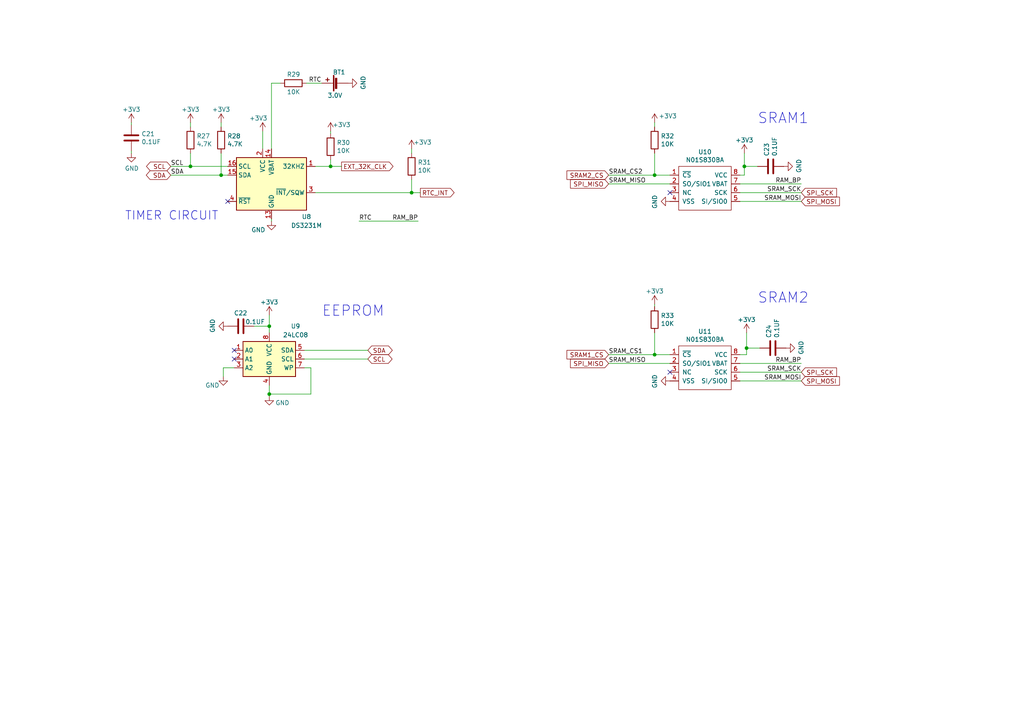
<source format=kicad_sch>
(kicad_sch (version 20231120) (generator "eeschema") (generator_version "8.0")
  (paper "A4")
  (lib_symbols
    (symbol "Device:Battery_Cell" (pin_numbers hide) (pin_names (offset 0) hide)
      (property "Reference" "BT" (at 2.54 2.54 0))
      (property "Value" "Battery_Cell" (at 2.54 0 0))
      (symbol "Battery_Cell_0_1"
        (rectangle (start -2.286 1.778) (end 2.286 1.524) (fill (type outline)))
        (rectangle (start -1.5748 1.1938) (end 1.4732 0.6858) (fill (type outline)))
        (polyline (pts (xy 0 0.762) (xy 0 0)))
        (polyline (pts (xy 0 1.778) (xy 0 2.54)))
        (polyline (pts (xy 0.508 3.429) (xy 1.524 3.429)) (stroke (width 0.254)))
        (polyline (pts (xy 1.016 3.937) (xy 1.016 2.921)) (stroke (width 0.254)))
      )
      (symbol "Battery_Cell_1_1"
        (pin passive line (at 0 5.08 270) (length 2.54) (name "+") (number "1"))
        (pin passive line (at 0 -2.54 90) (length 2.54) (name "-") (number "2"))
      )
    )
    (symbol "Device:C" (pin_numbers hide) (pin_names (offset 0.254))
      (property "Reference" "C" (at 0.635 2.54 0))
      (property "Value" "C" (at 0.635 -2.54 0))
      (symbol "C_0_1"
        (polyline (pts (xy -2.032 -0.762) (xy 2.032 -0.762)) (stroke (width 0.508)))
        (polyline (pts (xy -2.032 0.762) (xy 2.032 0.762)) (stroke (width 0.508)))
      )
      (symbol "C_1_1"
        (pin passive line (at 0 3.81 270) (length 2.794) (name "~") (number "1"))
        (pin passive line (at 0 -3.81 90) (length 2.794) (name "~") (number "2"))
      )
    )
    (symbol "Device:R" (pin_numbers hide) (pin_names (offset 0))
      (property "Reference" "R" (at 2.032 0 90))
      (property "Value" "R" (at 0 0 90))
      (symbol "R_0_1"
        (rectangle (start -1.016 -2.54) (end 1.016 2.54) (stroke (width 0.254)))
      )
      (symbol "R_1_1"
        (pin passive line (at 0 3.81 270) (length 1.27) (name "~") (number "1"))
        (pin passive line (at 0 -3.81 90) (length 1.27) (name "~") (number "2"))
      )
    )
    (symbol "ETCC_3_DEMO-rescue:N01S830BA-SamacSys_Parts" (pin_names (offset 1.016))
      (property "Reference" "U" (at 0 7.62 0))
      (property "Value" "N01S830BA-SamacSys_Parts" (at 0 -7.62 0))
      (symbol "N01S830BA-SamacSys_Parts_0_1"
        (rectangle (start 7.62 6.35) (end -7.62 -6.35))
      )
      (symbol "N01S830BA-SamacSys_Parts_1_1"
        (pin passive line (at -10.16 3.81 0) (length 2.54) (name "~{CS}") (number "1"))
        (pin passive line (at -10.16 1.27 0) (length 2.54) (name "SO/SIO1") (number "2"))
        (pin passive line (at -10.16 -1.27 0) (length 2.54) (name "NC") (number "3"))
        (pin passive line (at -10.16 -3.81 0) (length 2.54) (name "VSS") (number "4"))
        (pin passive line (at 10.16 -3.81 180) (length 2.54) (name "SI/SIO0") (number "5"))
        (pin passive line (at 10.16 -1.27 180) (length 2.54) (name "SCK") (number "6"))
        (pin passive line (at 10.16 1.27 180) (length 2.54) (name "VBAT") (number "7"))
        (pin passive line (at 10.16 3.81 180) (length 2.54) (name "VCC") (number "8"))
      )
    )
    (symbol "Memory_EEPROM:24LC01"
      (property "Reference" "U" (at -6.35 6.35 0))
      (property "Value" "24LC01" (at 1.27 6.35 0))
      (symbol "24LC01_1_1"
        (rectangle (start -7.62 5.08) (end 7.62 -5.08) (stroke (width 0.254)) (fill (type background)))
        (pin input line (at -10.16 2.54 0) (length 2.54) (name "A0") (number "1"))
        (pin input line (at -10.16 0 0) (length 2.54) (name "A1") (number "2"))
        (pin input line (at -10.16 -2.54 0) (length 2.54) (name "A2") (number "3"))
        (pin power_in line (at 0 -7.62 90) (length 2.54) (name "GND") (number "4"))
        (pin bidirectional line (at 10.16 2.54 180) (length 2.54) (name "SDA") (number "5"))
        (pin input line (at 10.16 0 180) (length 2.54) (name "SCL") (number "6"))
        (pin input line (at 10.16 -2.54 180) (length 2.54) (name "WP") (number "7"))
        (pin power_in line (at 0 7.62 270) (length 2.54) (name "VCC") (number "8"))
      )
    )
    (symbol "Timer_RTC:DS3231M"
      (property "Reference" "U" (at -7.62 8.89 0))
      (property "Value" "DS3231M" (at 10.16 8.89 0))
      (symbol "DS3231M_0_1"
        (rectangle (start -10.16 7.62) (end 10.16 -7.62) (stroke (width 0.254)) (fill (type background)))
      )
      (symbol "DS3231M_1_1"
        (pin open_collector line (at 12.7 5.08 180) (length 2.54) (name "32KHZ") (number "1"))
        (pin passive line (at 0 -10.16 90) (length 2.54) hide (name "GND") (number "10"))
        (pin passive line (at 0 -10.16 90) (length 2.54) hide (name "GND") (number "11"))
        (pin passive line (at 0 -10.16 90) (length 2.54) hide (name "GND") (number "12"))
        (pin power_in line (at 0 -10.16 90) (length 2.54) (name "GND") (number "13"))
        (pin power_in line (at 0 10.16 270) (length 2.54) (name "VBAT") (number "14"))
        (pin bidirectional line (at -12.7 2.54 0) (length 2.54) (name "SDA") (number "15"))
        (pin input line (at -12.7 5.08 0) (length 2.54) (name "SCL") (number "16"))
        (pin power_in line (at -2.54 10.16 270) (length 2.54) (name "VCC") (number "2"))
        (pin open_collector line (at 12.7 -2.54 180) (length 2.54) (name "~{INT}/SQW") (number "3"))
        (pin bidirectional line (at -12.7 -5.08 0) (length 2.54) (name "~{RST}") (number "4"))
        (pin passive line (at 0 -10.16 90) (length 2.54) hide (name "GND") (number "5"))
        (pin passive line (at 0 -10.16 90) (length 2.54) hide (name "GND") (number "6"))
        (pin passive line (at 0 -10.16 90) (length 2.54) hide (name "GND") (number "7"))
        (pin passive line (at 0 -10.16 90) (length 2.54) hide (name "GND") (number "8"))
        (pin passive line (at 0 -10.16 90) (length 2.54) hide (name "GND") (number "9"))
      )
    )
    (symbol "power:+3.3V" (power) (pin_names (offset 0))
      (property "Value" "+3.3V" (at 0 3.556 0))
      (symbol "+3.3V_0_1"
        (polyline (pts (xy -0.762 1.27) (xy 0 2.54)))
        (polyline (pts (xy 0 0) (xy 0 2.54)))
        (polyline (pts (xy 0 2.54) (xy 0.762 1.27)))
      )
      (symbol "+3.3V_1_1"
        (pin power_in line (at 0 0 90) (length 0) hide (name "+3.3V") (number "1"))
      )
    )
    (symbol "power:GND" (power) (pin_names (offset 0))
      (property "Value" "GND" (at 0 -3.81 0))
      (symbol "GND_0_1"
        (polyline (pts (xy 0 0) (xy 0 -1.27) (xy 1.27 -1.27) (xy 0 -2.54) (xy -1.27 -1.27) (xy 0 -1.27)))
      )
      (symbol "GND_1_1"
        (pin power_in line (at 0 0 270) (length 0) hide (name "GND") (number "1"))
      )
    )
  )
  (junction (at 78.105 94.615))
  (junction (at 189.865 102.87))
  (junction (at 95.885 48.26))
  (junction (at 78.105 114.3))
  (junction (at 64.135 50.8))
  (junction (at 189.865 50.8))
  (junction (at 216.535 100.965))
  (junction (at 215.9 48.26))
  (junction (at 119.38 55.88))
  (junction (at 55.245 48.26))
  (no_connect (at 67.945 101.6))
  (no_connect (at 66.04 58.42))
  (no_connect (at 67.945 104.14))
  (no_connect (at 194.31 107.95))
  (no_connect (at 194.31 55.88))
  (wire (pts (xy 88.265 104.14) (xy 106.68 104.14)))
  (wire (pts (xy 189.865 96.52) (xy 189.865 102.87)))
  (wire (pts (xy 64.77 106.68) (xy 67.945 106.68)))
  (wire (pts (xy 194.31 105.41) (xy 176.53 105.41)))
  (wire (pts (xy 214.63 105.41) (xy 232.41 105.41)))
  (wire (pts (xy 64.135 50.8) (xy 66.04 50.8)))
  (wire (pts (xy 119.38 43.18) (xy 119.38 44.45)))
  (wire (pts (xy 90.17 114.3) (xy 78.105 114.3)))
  (wire (pts (xy 194.31 102.87) (xy 189.865 102.87)))
  (wire (pts (xy 73.66 94.615) (xy 78.105 94.615)))
  (wire (pts (xy 216.535 102.87) (xy 216.535 100.965)))
  (wire (pts (xy 38.1 44.45) (xy 38.1 43.815)))
  (wire (pts (xy 189.865 50.8) (xy 176.53 50.8)))
  (wire (pts (xy 104.14 64.135) (xy 121.285 64.135)))
  (wire (pts (xy 64.135 44.45) (xy 64.135 50.8)))
  (wire (pts (xy 78.105 96.52) (xy 78.105 94.615)))
  (wire (pts (xy 78.74 24.13) (xy 78.74 43.18)))
  (wire (pts (xy 214.63 53.34) (xy 232.41 53.34)))
  (wire (pts (xy 194.31 50.8) (xy 189.865 50.8)))
  (wire (pts (xy 76.2 38.1) (xy 76.2 43.18)))
  (wire (pts (xy 55.245 48.26) (xy 66.04 48.26)))
  (wire (pts (xy 119.38 55.88) (xy 119.38 52.07)))
  (wire (pts (xy 78.105 94.615) (xy 78.105 91.44)))
  (wire (pts (xy 88.265 101.6) (xy 106.68 101.6)))
  (wire (pts (xy 78.105 111.76) (xy 78.105 114.3)))
  (wire (pts (xy 232.41 55.88) (xy 214.63 55.88)))
  (wire (pts (xy 95.885 38.1) (xy 95.885 38.735)))
  (wire (pts (xy 64.135 50.8) (xy 49.53 50.8)))
  (wire (pts (xy 215.9 44.45) (xy 215.9 48.26)))
  (wire (pts (xy 78.105 114.3) (xy 78.105 114.935)))
  (wire (pts (xy 189.865 44.45) (xy 189.865 50.8)))
  (wire (pts (xy 88.9 24.13) (xy 93.345 24.13)))
  (wire (pts (xy 88.265 106.68) (xy 90.17 106.68)))
  (wire (pts (xy 64.77 109.22) (xy 64.77 106.68)))
  (wire (pts (xy 189.865 102.87) (xy 176.53 102.87)))
  (wire (pts (xy 189.865 88.265) (xy 189.865 88.9)))
  (wire (pts (xy 95.885 48.26) (xy 95.885 46.355)))
  (wire (pts (xy 214.63 50.8) (xy 215.9 50.8)))
  (wire (pts (xy 78.74 64.135) (xy 78.74 63.5)))
  (wire (pts (xy 91.44 55.88) (xy 119.38 55.88)))
  (wire (pts (xy 219.71 48.26) (xy 215.9 48.26)))
  (wire (pts (xy 55.245 44.45) (xy 55.245 48.26)))
  (wire (pts (xy 232.41 107.95) (xy 214.63 107.95)))
  (wire (pts (xy 90.17 106.68) (xy 90.17 114.3)))
  (wire (pts (xy 95.885 48.26) (xy 99.06 48.26)))
  (wire (pts (xy 119.38 55.88) (xy 121.92 55.88)))
  (wire (pts (xy 220.345 100.965) (xy 216.535 100.965)))
  (wire (pts (xy 214.63 102.87) (xy 216.535 102.87)))
  (wire (pts (xy 214.63 58.42) (xy 232.41 58.42)))
  (wire (pts (xy 64.135 35.56) (xy 64.135 36.83)))
  (wire (pts (xy 216.535 96.52) (xy 216.535 100.965)))
  (wire (pts (xy 38.1 35.56) (xy 38.1 36.195)))
  (wire (pts (xy 55.245 48.26) (xy 49.53 48.26)))
  (wire (pts (xy 189.865 35.56) (xy 189.865 36.83)))
  (wire (pts (xy 91.44 48.26) (xy 95.885 48.26)))
  (wire (pts (xy 214.63 110.49) (xy 232.41 110.49)))
  (wire (pts (xy 55.245 35.56) (xy 55.245 36.83)))
  (wire (pts (xy 81.28 24.13) (xy 78.74 24.13)))
  (wire (pts (xy 215.9 48.26) (xy 215.9 50.8)))
  (wire (pts (xy 194.31 53.34) (xy 176.53 53.34)))
  (text "SRAM1" (at 219.71 36.195 0) (effects (font (size 3 3)) (justify left bottom)))
  (text "SRAM2" (at 219.71 88.265 0) (effects (font (size 3 3)) (justify left bottom)))
  (text "TIMER CIRCUIT" (at 36.195 64.135 0) (effects (font (size 2.5 2.5)) (justify left bottom)))
  (text "EEPROM" (at 93.345 92.075 0) (effects (font (size 3 3)) (justify left bottom)))
  (label "SRAM_MOSI" (at 232.41 110.49 180))
  (label "RAM_BP" (at 121.285 64.135 180))
  (label "SDA" (at 49.53 50.8 0))
  (label "SRAM_SCK" (at 232.41 55.88 180))
  (label "SRAM_CS2" (at 176.53 50.8 0))
  (label "SRAM_CS1" (at 176.53 102.87 0))
  (label "SRAM_MOSI" (at 232.41 58.42 180))
  (label "RTC" (at 104.14 64.135 0))
  (label "SCL" (at 49.53 48.26 0))
  (label "SRAM_SCK" (at 232.41 107.95 180))
  (label "RTC" (at 89.535 24.13 0))
  (label "SRAM_MISO" (at 176.53 53.34 0))
  (label "RAM_BP" (at 232.41 105.41 180))
  (label "RAM_BP" (at 232.41 53.34 180))
  (label "SRAM_MISO" (at 176.53 105.41 0))
  (global_label "SPI_MOSI" (shape input) (at 232.41 58.42 0) (property "Intersheetrefs" "${INTERSHEET_REFS}" (effects (hide yes))))
  (global_label "SPI_MOSI" (shape input) (at 232.41 110.49 0) (property "Intersheetrefs" "${INTERSHEET_REFS}" (effects (hide yes))))
  (global_label "SDA" (shape bidirectional) (at 106.68 101.6 0) (property "Intersheetrefs" "${INTERSHEET_REFS}" (effects (hide yes))))
  (global_label "SRAM1_CS" (shape input) (at 176.53 102.87 180) (property "Intersheetrefs" "${INTERSHEET_REFS}" (effects (hide yes))))
  (global_label "SCL" (shape bidirectional) (at 49.53 48.26 180) (property "Intersheetrefs" "${INTERSHEET_REFS}" (effects (hide yes))))
  (global_label "SPI_MISO" (shape input) (at 176.53 105.41 180) (property "Intersheetrefs" "${INTERSHEET_REFS}" (effects (hide yes))))
  (global_label "SPI_MISO" (shape input) (at 176.53 53.34 180) (property "Intersheetrefs" "${INTERSHEET_REFS}" (effects (hide yes))))
  (global_label "SRAM2_CS" (shape input) (at 176.53 50.8 180) (property "Intersheetrefs" "${INTERSHEET_REFS}" (effects (hide yes))))
  (global_label "SPI_SCK" (shape input) (at 232.41 55.88 0) (property "Intersheetrefs" "${INTERSHEET_REFS}" (effects (hide yes))))
  (global_label "SDA" (shape bidirectional) (at 49.53 50.8 180) (property "Intersheetrefs" "${INTERSHEET_REFS}" (effects (hide yes))))
  (global_label "SPI_SCK" (shape input) (at 232.41 107.95 0) (property "Intersheetrefs" "${INTERSHEET_REFS}" (effects (hide yes))))
  (global_label "RTC_INT" (shape output) (at 121.92 55.88 0) (property "Intersheetrefs" "${INTERSHEET_REFS}" (effects (hide yes))))
  (global_label "EXT_32K_CLK" (shape output) (at 99.06 48.26 0) (property "Intersheetrefs" "${INTERSHEET_REFS}" (effects (hide yes))))
  (global_label "SCL" (shape bidirectional) (at 106.68 104.14 0) (property "Intersheetrefs" "${INTERSHEET_REFS}" (effects (hide yes))))
  (symbol (lib_id "power:+3.3V") (at 78.105 91.44 0) (unit 1)
    (property "Reference" "#PWR079" (effects (hide yes)))
    (property "Value" "+3V3" (at 78.105 87.63 0))
  )
  (symbol (lib_id "power:+3.3V") (at 215.9 44.45 0) (unit 1)
    (property "Reference" "#PWR081" (effects (hide yes)))
    (property "Value" "+3V3" (at 215.9 40.64 0))
  )
  (symbol (lib_id "power:GND") (at 78.74 64.135 0) (unit 1)
    (property "Reference" "#PWR069" (effects (hide yes)))
    (property "Value" "GND" (at 74.93 66.675 0))
  )
  (symbol (lib_id "ETCC_3_DEMO-rescue:N01S830BA-SamacSys_Parts") (at 204.47 54.61 0) (unit 1)
    (property "Reference" "U10" (at 204.47 44.069 0))
    (property "Value" "N01S830BA" (at 204.47 46.3804 0))
    (property "Footprint" "Package_SO:TSSOP-8_4.4x3mm_P0.65mm" (effects (hide yes)))
  )
  (symbol (lib_id "Device:Battery_Cell") (at 98.425 24.13 90) (unit 1)
    (property "Reference" "BT1" (at 96.52 20.955 90) (effects (justify right)))
    (property "Value" "3.0V" (at 94.996 27.686 90) (effects (justify right)))
    (property "Footprint" "Library2:RTC_2032_VERTICLE_HOLDER" (effects (hide yes)))
  )
  (symbol (lib_id "Device:C") (at 224.155 100.965 90) (unit 1)
    (property "Reference" "C24" (at 222.9866 98.044 0) (effects (justify left)))
    (property "Value" "0.1UF" (at 225.298 98.044 0) (effects (justify left)))
    (property "Footprint" "Capacitor_SMD:C_0805_2012Metric" (effects (hide yes)))
  )
  (symbol (lib_id "power:+3.3V") (at 216.535 96.52 0) (unit 1)
    (property "Reference" "#PWR082" (effects (hide yes)))
    (property "Value" "+3V3" (at 216.535 92.71 0))
  )
  (symbol (lib_id "Device:R") (at 119.38 48.26 0) (unit 1)
    (property "Reference" "R31" (at 121.158 47.0916 0) (effects (justify left)))
    (property "Value" "10K" (at 121.158 49.403 0) (effects (justify left)))
    (property "Footprint" "Resistor_SMD:R_0805_2012Metric" (effects (hide yes)))
  )
  (symbol (lib_id "power:+3.3V") (at 38.1 35.56 0) (unit 1)
    (property "Reference" "#PWR063" (effects (hide yes)))
    (property "Value" "+3V3" (at 38.1 31.75 0))
  )
  (symbol (lib_id "power:+3.3V") (at 119.38 43.18 0) (unit 1)
    (property "Reference" "#PWR072" (effects (hide yes)))
    (property "Value" "+3V3" (at 122.555 41.275 0))
  )
  (symbol (lib_id "Memory_EEPROM:24LC01") (at 78.105 104.14 0) (unit 1)
    (property "Reference" "U9" (at 85.725 94.615 0))
    (property "Value" "24LC08" (at 85.725 97.155 0))
    (property "Footprint" "Package_SO:SOIC-8_3.9x4.9mm_P1.27mm" (effects (hide yes)))
    (property "Datasheet" "http://ww1.microchip.com/downloads/en/DeviceDoc/21711J.pdf" (effects (hide yes)))
  )
  (symbol (lib_id "power:+3.3V") (at 189.865 88.265 0) (unit 1)
    (property "Reference" "#PWR076" (effects (hide yes)))
    (property "Value" "+3V3" (at 189.865 84.455 0))
  )
  (symbol (lib_id "Device:R") (at 95.885 42.545 0) (unit 1)
    (property "Reference" "R30" (at 97.663 41.3766 0) (effects (justify left)))
    (property "Value" "10K" (at 97.663 43.688 0) (effects (justify left)))
    (property "Footprint" "Resistor_SMD:R_0805_2012Metric" (effects (hide yes)))
  )
  (symbol (lib_id "power:+3.3V") (at 64.135 35.56 0) (unit 1)
    (property "Reference" "#PWR067" (effects (hide yes)))
    (property "Value" "+3V3" (at 64.135 31.75 0))
  )
  (symbol (lib_id "power:GND") (at 38.1 44.45 0) (unit 1)
    (property "Reference" "#PWR065" (effects (hide yes)))
    (property "Value" "GND" (at 38.227 48.8442 0))
  )
  (symbol (lib_id "power:GND") (at 100.965 24.13 90) (unit 1)
    (property "Reference" "#PWR071" (effects (hide yes)))
    (property "Value" "GND" (at 105.3592 24.003 0))
  )
  (symbol (lib_id "Device:C") (at 38.1 40.005 0) (unit 1)
    (property "Reference" "C21" (at 41.021 38.8366 0) (effects (justify left)))
    (property "Value" "0.1UF" (at 41.021 41.148 0) (effects (justify left)))
    (property "Footprint" "Capacitor_SMD:C_0805_2012Metric" (effects (hide yes)))
  )
  (symbol (lib_id "power:GND") (at 227.965 100.965 90) (unit 1)
    (property "Reference" "#PWR084" (effects (hide yes)))
    (property "Value" "GND" (at 232.3592 100.838 0))
  )
  (symbol (lib_id "power:+3.3V") (at 55.245 35.56 0) (unit 1)
    (property "Reference" "#PWR066" (effects (hide yes)))
    (property "Value" "+3V3" (at 55.245 31.75 0))
  )
  (symbol (lib_id "Device:R") (at 55.245 40.64 0) (unit 1)
    (property "Reference" "R27" (at 57.023 39.4716 0) (effects (justify left)))
    (property "Value" "4.7K" (at 57.023 41.783 0) (effects (justify left)))
    (property "Footprint" "Resistor_SMD:R_0805_2012Metric" (effects (hide yes)))
  )
  (symbol (lib_id "ETCC_3_DEMO-rescue:N01S830BA-SamacSys_Parts") (at 204.47 106.68 0) (unit 1)
    (property "Reference" "U11" (at 204.47 96.139 0))
    (property "Value" "N01S830BA" (at 204.47 98.4504 0))
    (property "Footprint" "Package_SO:TSSOP-8_4.4x3mm_P0.65mm" (effects (hide yes)))
  )
  (symbol (lib_id "power:GND") (at 194.31 58.42 270) (unit 1)
    (property "Reference" "#PWR077" (effects (hide yes)))
    (property "Value" "GND" (at 189.9158 58.547 0))
  )
  (symbol (lib_id "power:GND") (at 66.04 94.615 270) (mirror x) (unit 1)
    (property "Reference" "#PWR074" (effects (hide yes)))
    (property "Value" "GND" (at 61.6458 94.488 0))
  )
  (symbol (lib_id "power:GND") (at 194.31 110.49 270) (unit 1)
    (property "Reference" "#PWR078" (effects (hide yes)))
    (property "Value" "GND" (at 189.9158 110.617 0))
  )
  (symbol (lib_id "power:+3.3V") (at 76.2 38.1 0) (unit 1)
    (property "Reference" "#PWR068" (effects (hide yes)))
    (property "Value" "+3V3" (at 74.93 34.29 0))
  )
  (symbol (lib_id "Device:C") (at 223.52 48.26 90) (unit 1)
    (property "Reference" "C23" (at 222.3516 45.339 0) (effects (justify left)))
    (property "Value" "0.1UF" (at 224.663 45.339 0) (effects (justify left)))
    (property "Footprint" "Capacitor_SMD:C_0805_2012Metric" (effects (hide yes)))
  )
  (symbol (lib_id "power:+3.3V") (at 95.885 38.1 0) (unit 1)
    (property "Reference" "#PWR070" (effects (hide yes)))
    (property "Value" "+3V3" (at 99.06 36.195 0))
  )
  (symbol (lib_id "Device:R") (at 189.865 92.71 0) (unit 1)
    (property "Reference" "R33" (at 191.643 91.5416 0) (effects (justify left)))
    (property "Value" "10K" (at 191.643 93.853 0) (effects (justify left)))
    (property "Footprint" "Resistor_SMD:R_0805_2012Metric" (effects (hide yes)))
  )
  (symbol (lib_id "Device:R") (at 189.865 40.64 0) (unit 1)
    (property "Reference" "R32" (at 191.643 39.4716 0) (effects (justify left)))
    (property "Value" "10K" (at 191.643 41.783 0) (effects (justify left)))
    (property "Footprint" "Resistor_SMD:R_0805_2012Metric" (effects (hide yes)))
  )
  (symbol (lib_id "Device:R") (at 64.135 40.64 0) (unit 1)
    (property "Reference" "R28" (at 65.913 39.4716 0) (effects (justify left)))
    (property "Value" "4.7K" (at 65.913 41.783 0) (effects (justify left)))
    (property "Footprint" "Resistor_SMD:R_0805_2012Metric" (effects (hide yes)))
  )
  (symbol (lib_id "Timer_RTC:DS3231M") (at 78.74 53.34 0) (unit 1)
    (property "Reference" "U8" (at 88.9 62.865 0))
    (property "Value" "DS3231M" (at 88.9 65.405 0))
    (property "Footprint" "Package_SO:SOIC-16W_7.5x10.3mm_P1.27mm" (effects (hide yes)))
    (property "Datasheet" "http://datasheets.maximintegrated.com/en/ds/DS3231.pdf" (effects (hide yes)))
  )
  (symbol (lib_id "Device:R") (at 85.09 24.13 270) (unit 1)
    (property "Reference" "R29" (at 83.185 21.59 90) (effects (justify left)))
    (property "Value" "10K" (at 83.185 26.67 90) (effects (justify left)))
    (property "Footprint" "Resistor_SMD:R_0805_2012Metric" (effects (hide yes)))
  )
  (symbol (lib_id "Device:C") (at 69.85 94.615 90) (unit 1)
    (property "Reference" "C22" (at 71.755 90.805 90) (effects (justify left)))
    (property "Value" "0.1UF" (at 76.835 93.345 90) (effects (justify left)))
    (property "Footprint" "Capacitor_SMD:C_0805_2012Metric" (effects (hide yes)))
  )
  (symbol (lib_id "power:GND") (at 78.105 114.935 0) (unit 1)
    (property "Reference" "#PWR080" (effects (hide yes)))
    (property "Value" "GND" (at 81.915 116.84 0))
  )
  (symbol (lib_id "power:GND") (at 227.33 48.26 90) (unit 1)
    (property "Reference" "#PWR083" (effects (hide yes)))
    (property "Value" "GND" (at 231.7242 48.133 0))
  )
  (symbol (lib_id "power:GND") (at 64.77 109.22 0) (unit 1)
    (property "Reference" "#PWR073" (effects (hide yes)))
    (property "Value" "GND" (at 61.595 111.76 0))
  )
  (symbol (lib_id "power:+3.3V") (at 189.865 35.56 0) (unit 1)
    (property "Reference" "#PWR075" (effects (hide yes)))
    (property "Value" "+3V3" (at 193.675 33.655 0))
  )
)
</source>
